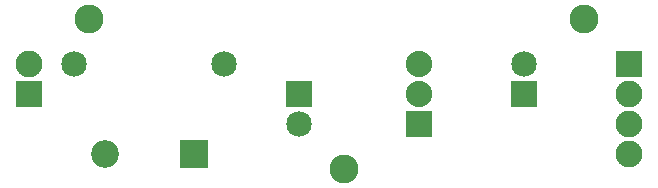
<source format=gbs>
G04 MADE WITH FRITZING*
G04 WWW.FRITZING.ORG*
G04 SINGLE SIDED*
G04 HOLES NOT PLATED*
G04 CONTOUR ON CENTER OF CONTOUR VECTOR*
%ASAXBY*%
%FSLAX23Y23*%
%MOIN*%
%OFA0B0*%
%SFA1.0B1.0*%
%ADD10C,0.085000*%
%ADD11C,0.092000*%
%ADD12C,0.089370*%
%ADD13C,0.088000*%
%ADD14C,0.096614*%
%ADD15R,0.085000X0.085000*%
%ADD16R,0.092000X0.092000*%
%ADD17R,0.089370X0.089370*%
%ADD18R,0.088000X0.088000*%
%LNMASK0*%
G90*
G70*
G54D10*
X1803Y359D03*
X1803Y459D03*
G54D11*
X703Y159D03*
X405Y159D03*
G54D10*
X303Y459D03*
X803Y459D03*
X1053Y359D03*
X1053Y259D03*
G54D12*
X2153Y459D03*
X2153Y359D03*
X2153Y259D03*
X2153Y159D03*
X153Y359D03*
X153Y459D03*
G54D13*
X1453Y259D03*
X1453Y359D03*
X1453Y459D03*
G54D14*
X2003Y609D03*
X353Y609D03*
X1203Y109D03*
G54D15*
X1803Y359D03*
G54D16*
X704Y159D03*
G54D15*
X1053Y359D03*
G54D17*
X2153Y459D03*
X153Y359D03*
G54D18*
X1453Y259D03*
G04 End of Mask0*
M02*
</source>
